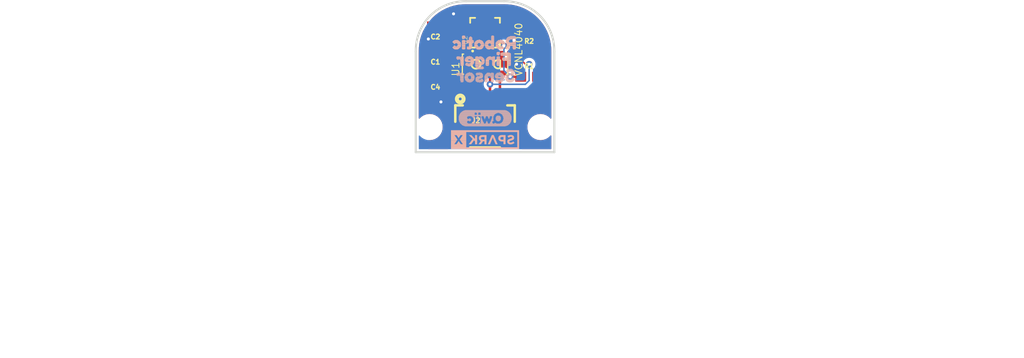
<source format=kicad_pcb>
(kicad_pcb (version 20211014) (generator pcbnew)
  (layers (0 "F.Cu" signal) (31 "B.Cu" signal) (34 "B.Paste" user) (35 "F.Paste" user) (36 "B.SilkS" user "B.Silkscreen") (37 "F.SilkS" user "F.Silkscreen") (38 "B.Mask" user) (39 "F.Mask" user) (44 "Edge.Cuts" user))
  (net 0 "")
  (net 1 "GND")
  (net 2 "SCL/SCK")
  (net 3 "SDA/MOSI")
  (net 4 "3.3V")
  (net 5 "N$1")
  (footprint "eagleBoard:CREATIVE_COMMONS" (layer "F.Cu") (at 119.9261 132.944037)
    (fp_text reference "FRAME2" hide)
    (fp_text value "FRAME-LETTER" hide)
  )
  (footprint "eagleBoard:LPS25HB" (layer "F.Cu") (at 148.5011 100.559037 90)
    (fp_text reference "U2" (at -1.25 -1.75 90) (layer "F.SilkS") (effects (font (size 0.46736 0.46736) (thickness 0.04064)) (justify left bottom)))
    (fp_text value "LPS25HB")
    (pad "1" smd rect (at -1.05 -0.3 270) (size 0.8 0.35) (layers "F.Cu" "F.Paste" "F.Mask") (net 4 "3.3V"))
    (pad "2" smd rect (at -1.05 0.3 270) (size 0.8 0.35) (layers "F.Cu" "F.Paste" "F.Mask") (net 2 "SCL/SCK"))
    (pad "3" smd rect (at -0.6 1.05 180) (size 0.8 0.35) (layers "F.Cu" "F.Paste" "F.Mask") (net 1 "GND"))
    (pad "4" smd rect (at 0 1.05 180) (size 0.8 0.35) (layers "F.Cu" "F.Paste" "F.Mask") (net 3 "SDA/MOSI"))
    (pad "5" smd rect (at 0.6 1.05 180) (size 0.8 0.35) (layers "F.Cu" "F.Paste" "F.Mask") (net 4 "3.3V"))
    (pad "6" smd rect (at 1.05 0.3 90) (size 0.8 0.35) (layers "F.Cu" "F.Paste" "F.Mask") (net 4 "3.3V"))
    (pad "7" smd rect (at 1.05 -0.3 90) (size 0.8 0.35) (layers "F.Cu" "F.Paste" "F.Mask"))
    (pad "8" smd rect (at 0.6 -1.05) (size 0.8 0.35) (layers "F.Cu" "F.Paste" "F.Mask") (net 1 "GND"))
    (pad "9" smd rect (at 0 -1.05) (size 0.8 0.35) (layers "F.Cu" "F.Paste" "F.Mask") (net 1 "GND"))
    (pad "10" smd rect (at -0.6 -1.05) (size 0.8 0.35) (layers "F.Cu" "F.Paste" "F.Mask") (net 4 "3.3V"))
  )
  (footprint "eagleBoard:0603" (layer "F.Cu") (at 144.0561 99.924037 180)
    (fp_text reference "C2" (at 0 -0.762 180) (layer "F.SilkS") (effects (font (size 0.48768 0.48768) (thickness 0.12192)) (justify right top)))
    (fp_text value "0.1uF")
    (pad "1" smd rect (at -0.85 0 180) (size 1.1 1) (layers "F.Cu" "F.Paste" "F.Mask") (net 4 "3.3V"))
    (pad "2" smd rect (at 0.85 0 180) (size 1.1 1) (layers "F.Cu" "F.Paste" "F.Mask") (net 1 "GND"))
  )
  (footprint "eagleBoard:0603" (layer "F.Cu") (at 144.0561 102.464037 180)
    (fp_text reference "C1" (at 0 -0.762 180) (layer "F.SilkS") (effects (font (size 0.48768 0.48768) (thickness 0.12192)) (justify right top)))
    (fp_text value "4.7uF")
    (pad "1" smd rect (at -0.85 0 180) (size 1.1 1) (layers "F.Cu" "F.Paste" "F.Mask") (net 4 "3.3V"))
    (pad "2" smd rect (at 0.85 0 180) (size 1.1 1) (layers "F.Cu" "F.Paste" "F.Mask") (net 1 "GND"))
  )
  (footprint "eagleBoard:0603" (layer "F.Cu") (at 152.9461 102.464037)
    (fp_text reference "R2" (at 0 -0.762) (layer "F.SilkS") (effects (font (size 0.48768 0.48768) (thickness 0.12192)) (justify bottom)))
    (fp_text value "2.2k")
    (pad "1" smd rect (at -0.85 0) (size 1.1 1) (layers "F.Cu" "F.Paste" "F.Mask") (net 3 "SDA/MOSI"))
    (pad "2" smd rect (at 0.85 0) (size 1.1 1) (layers "F.Cu" "F.Paste" "F.Mask") (net 4 "3.3V"))
  )
  (footprint "eagleBoard:FIDUCIAL-MICRO" (layer "F.Cu") (at 142.2781 111.862037)
    (fp_text reference "FD2" hide)
    (fp_text value "FIDUCIALUFIDUCIAL" hide)
    (pad "1" smd roundrect (at 0 0) (size 0.635 0.635) (layers "F.Cu" "F.Mask") (roundrect_rratio 0.5))
  )
  (footprint "eagleBoard:0603" (layer "F.Cu") (at 152.9461 105.004037)
    (fp_text reference "R1" (at 0 -0.762) (layer "F.SilkS") (effects (font (size 0.48768 0.48768) (thickness 0.12192)) (justify bottom)))
    (fp_text value "2.2k")
    (pad "1" smd rect (at -0.85 0) (size 1.1 1) (layers "F.Cu" "F.Paste" "F.Mask") (net 2 "SCL/SCK"))
    (pad "2" smd rect (at 0.85 0) (size 1.1 1) (layers "F.Cu" "F.Paste" "F.Mask") (net 4 "3.3V"))
  )
  (footprint "eagleBoard:0603" (layer "F.Cu") (at 144.0561 105.004037 180)
    (fp_text reference "C4" (at 0 -0.762 180) (layer "F.SilkS") (effects (font (size 0.48768 0.48768) (thickness 0.12192)) (justify right top)))
    (fp_text value "0.1uF")
    (pad "1" smd rect (at -0.85 0 180) (size 1.1 1) (layers "F.Cu" "F.Paste" "F.Mask") (net 4 "3.3V"))
    (pad "2" smd rect (at 0.85 0 180) (size 1.1 1) (layers "F.Cu" "F.Paste" "F.Mask") (net 1 "GND"))
  )
  (footprint "eagleBoard:FIDUCIAL-MICRO" (layer "F.Cu") (at 152.9461 99.924037)
    (fp_text reference "FD1" hide)
    (fp_text value "FIDUCIALUFIDUCIAL" hide)
    (pad "1" smd roundrect (at 0 0) (size 0.635 0.635) (layers "F.Cu" "F.Mask") (roundrect_rratio 0.5))
  )
  (footprint "eagleBoard:1X04_1MM_RA" (layer "F.Cu") (at 148.5011 107.544037)
    (fp_text reference "J2" (at -1.397 2.159) (layer "F.SilkS") (effects (font (size 0.48768 0.48768) (thickness 0.12192)) (justify left bottom)))
    (fp_text value "")
    (pad "1" smd rect (at -1.5 0) (size 0.6 1.35) (layers "F.Cu" "F.Paste" "F.Mask") (net 1 "GND"))
    (pad "2" smd rect (at -0.5 0) (size 0.6 1.35) (layers "F.Cu" "F.Paste" "F.Mask") (net 4 "3.3V"))
    (pad "3" smd rect (at 0.5 0) (size 0.6 1.35) (layers "F.Cu" "F.Paste" "F.Mask") (net 3 "SDA/MOSI"))
    (pad "4" smd rect (at 1.5 0) (size 0.6 1.35) (layers "F.Cu" "F.Paste" "F.Mask") (net 2 "SCL/SCK"))
    (pad "NC1" smd rect (at 2.8 3.675) (size 1.2 2) (layers "F.Cu" "F.Paste" "F.Mask"))
    (pad "NC2" smd rect (at -2.8 3.675) (size 1.2 2) (layers "F.Cu" "F.Paste" "F.Mask"))
  )
  (footprint "eagleBoard:VCNL4040" (layer "F.Cu") (at 148.5011 103.734037 90)
    (fp_text reference "U1" (at -1.27 -2.54 90) (layer "F.SilkS") (effects (font (size 0.715264 0.715264) (thickness 0.097536)) (justify left bottom)))
    (fp_text value "VCNL4040" (at -1.27 3.81 90) (layer "F.SilkS") (effects (font (size 0.715264 0.715264) (thickness 0.097536)) (justify left bottom)))
    (pad "1" smd rect (at 1 1.6125 90) (size 0.7 0.725) (layers "F.Cu" "F.Paste" "F.Mask") (net 1 "GND"))
    (pad "2" smd rect (at 1 0.5375 90) (size 0.7 0.725) (layers "F.Cu" "F.Paste" "F.Mask") (net 5 "N$1"))
    (pad "3" smd rect (at 1 -0.5375 90) (size 0.7 0.725) (layers "F.Cu" "F.Paste" "F.Mask") (net 4 "3.3V"))
    (pad "4" smd rect (at 1 -1.6125 90) (size 0.7 0.725) (layers "F.Cu" "F.Paste" "F.Mask") (net 4 "3.3V"))
    (pad "5" smd rect (at -1 -1.6125 90) (size 0.7 0.725) (layers "F.Cu" "F.Paste" "F.Mask") (net 5 "N$1"))
    (pad "6" smd rect (at -1 -0.5375 90) (size 0.7 0.725) (layers "F.Cu" "F.Paste" "F.Mask"))
    (pad "7" smd rect (at -1 0.5375 90) (size 0.7 0.725) (layers "F.Cu" "F.Paste" "F.Mask") (net 3 "SDA/MOSI"))
    (pad "8" smd rect (at -1 1.6125 90) (size 0.7 0.725) (layers "F.Cu" "F.Paste" "F.Mask") (net 2 "SCL/SCK"))
  )
  (footprint "eagleBoard:STAND-OFF-#2" (layer "F.Cu") (at 142.9131 110.084037)
    (fp_text reference "U$3" hide)
    (fp_text value "STAND-OFF" hide)
    (pad "" np_thru_hole circle (at 0 0) (size 2.032 2.032) (drill 2.032) (layers *.Cu *.Mask))
  )
  (footprint "eagleBoard:STAND-OFF-#2" (layer "F.Cu") (at 154.0891 110.084037)
    (fp_text reference "U$4" hide)
    (fp_text value "STAND-OFF" hide)
    (pad "" np_thru_hole circle (at 0 0) (size 2.032 2.032) (drill 2.032) (layers *.Cu *.Mask))
  )
  (footprint "eagleBoard:(QWIIC)" (layer "B.Cu") (at 151.2951 109.195037 180)
    (fp_text reference "U$11" hide)
    (fp_text value "" hide)
  )
  (footprint "eagleBoard:ROBOTIC0" (layer "B.Cu") (at 152.8191 101.575037 180)
    (fp_text reference "U$6" hide)
    (fp_text value "" hide)
  )
  (footprint "eagleBoard:SENSOR2" (layer "B.Cu") (at 152.6921 104.877037 180)
    (fp_text reference "U$7" hide)
    (fp_text value "" hide)
  )
  (footprint "eagleBoard:SPARKX-SMALL" (layer "B.Cu") (at 148.5011 111.354037 180)
    (fp_text reference "U$2" hide)
    (fp_text value "SPARKX-LOGO3" hide)
  )
  (footprint "eagleBoard:FINGER0" (layer "B.Cu") (at 152.3111 103.226037 180)
    (fp_text reference "U$9" hide)
    (fp_text value "" hide)
  )
  (gr_line (start 155.4861 102.464037) (end 155.4861 112.624037) (layer "Edge.Cuts") (width 0.2032))
  (gr_line (start 141.5161 112.624037) (end 155.4861 112.624037) (layer "Edge.Cuts") (width 0.2032))
  (gr_line (start 141.5161 112.624037) (end 141.5161 102.464037) (layer "Edge.Cuts") (width 0.2032))
  (gr_arc (start 141.5161 102.464037) (mid 142.976028 98.843966) (end 146.596099 97.384038) (layer "Edge.Cuts") (width 0.2032))
  (gr_arc (start 150.4061 97.384037) (mid 154.026172 98.843966) (end 155.4861 102.464038) (layer "Edge.Cuts") (width 0.2032))
  (gr_line (start 150.4061 97.384037) (end 146.5961 97.384037) (layer "Edge.Cuts") (width 0.2032))
  (segment (start 149.5511 101.159037) (end 149.2301 101.159037) (width 0.1524) (layer "F.Cu") (net 1))
  (segment (start 151.2601 101.159037) (end 151.4221 101.321037) (width 0.1524) (layer "F.Cu") (net 1))
  (segment (start 149.5511 101.159037) (end 151.2601 101.159037) (width 0.1524) (layer "F.Cu") (net 1))
  (via (at 145.3261 98.654037) (size 0.6604) (drill 0.3048) (layers "F.Cu" "B.Cu") (net 1))
  (via (at 151.4221 101.321037) (size 0.6604) (drill 0.3048) (layers "F.Cu" "B.Cu") (net 1))
  (via (at 142.7861 101.194037) (size 0.6604) (drill 0.3048) (layers "F.Cu" "B.Cu") (net 1))
  (via (at 144.0561 107.544037) (size 0.6604) (drill 0.3048) (layers "F.Cu" "B.Cu") (net 1))
  (via (at 151.6761 103.734037) (size 0.6604) (drill 0.3048) (layers "F.Cu" "B.Cu") (net 1))
  (segment (start 150.7711 104.734037) (end 151.0411 105.004037) (width 0.254) (layer "F.Cu") (net 2))
  (segment (start 150.1861 101.609037) (end 150.4061 101.829037) (width 0.1524) (layer "F.Cu") (net 2))
  (segment (start 150.4061 101.829037) (end 150.4061 101.876037) (width 0.1524) (layer "F.Cu") (net 2))
  (segment (start 148.8011 101.609037) (end 150.1861 101.609037) (width 0.1524) (layer "F.Cu") (net 2))
  (segment (start 150.1136 104.734037) (end 150.7711 104.734037) (width 0.254) (layer "F.Cu") (net 2))
  (segment (start 151.0411 105.004037) (end 152.0961 105.004037) (width 0.254) (layer "F.Cu") (net 2))
  (segment (start 150.0011 104.846537) (end 150.1136 104.734037) (width 0.254) (layer "F.Cu") (net 2))
  (segment (start 150.0011 107.544037) (end 150.0011 104.846537) (width 0.254) (layer "F.Cu") (net 2))
  (via (at 151.0411 105.004037) (size 0.6604) (drill 0.3048) (layers "F.Cu" "B.Cu") (net 2))
  (via (at 150.4061 101.876037) (size 0.6604) (drill 0.3048) (layers "F.Cu" "B.Cu") (net 2))
  (segment (start 150.4061 104.369037) (end 151.0411 105.004037) (width 0.1524) (layer "B.Cu") (net 2))
  (segment (start 150.4061 101.876037) (end 150.4061 104.369037) (width 0.1524) (layer "B.Cu") (net 2))
  (segment (start 152.5651 103.734037) (end 152.9461 103.734037) (width 0.1524) (layer "F.Cu") (net 3))
  (segment (start 149.0011 105.766037) (end 149.0011 104.771537) (width 0.254) (layer "F.Cu") (net 3))
  (segment (start 149.0011 104.771537) (end 149.0386 104.734037) (width 0.254) (layer "F.Cu") (net 3))
  (segment (start 152.0961 102.464037) (end 152.0961 103.265037) (width 0.1524) (layer "F.Cu") (net 3))
  (segment (start 152.0961 100.979037) (end 151.6761 100.559037) (width 0.1524) (layer "F.Cu") (net 3))
  (segment (start 152.0961 103.265037) (end 152.5651 103.734037) (width 0.1524) (layer "F.Cu") (net 3))
  (segment (start 152.0961 102.464037) (end 152.0961 100.979037) (width 0.1524) (layer "F.Cu") (net 3))
  (segment (start 149.0011 107.544037) (end 149.0011 105.766037) (width 0.254) (layer "F.Cu") (net 3))
  (segment (start 151.6761 100.559037) (end 149.5511 100.559037) (width 0.1524) (layer "F.Cu") (net 3))
  (via (at 149.0011 105.766037) (size 0.6604) (drill 0.3048) (layers "F.Cu" "B.Cu") (net 3))
  (via (at 152.9461 103.734037) (size 0.6604) (drill 0.3048) (layers "F.Cu" "B.Cu") (net 3))
  (segment (start 152.9461 105.385037) (end 152.5651 105.766037) (width 0.1524) (layer "B.Cu") (net 3))
  (segment (start 152.9461 103.734037) (end 152.9461 105.385037) (width 0.1524) (layer "B.Cu") (net 3))
  (segment (start 152.5651 105.766037) (end 149.0011 105.766037) (width 0.1524) (layer "B.Cu") (net 3))
  (segment (start 144.9061 105.004037) (end 144.9061 104.584037) (width 0.254) (layer "F.Cu") (net 4))
  (segment (start 144.9061 104.584037) (end 145.3261 105.004037) (width 0.254) (layer "F.Cu") (net 4))
  (segment (start 148.8011 99.509037) (end 148.8011 99.924037) (width 0.1524) (layer "F.Cu") (net 4))
  (segment (start 145.8341 102.464037) (end 146.0881 102.718037) (width 0.254) (layer "F.Cu") (net 4))
  (segment (start 144.9061 101.194037) (end 144.9061 99.924037) (width 0.254) (layer "F.Cu") (net 4))
  (segment (start 153.7961 105.004037) (end 153.7961 106.694037) (width 0.254) (layer "F.Cu") (net 4))
  (segment (start 146.0881 102.718037) (end 146.8726 102.718037) (width 0.254) (layer "F.Cu") (net 4))
  (segment (start 145.8341 105.004037) (end 144.9061 105.004037) (width 0.254) (layer "F.Cu") (net 4))
  (segment (start 144.9061 102.464037) (end 144.9061 101.194037) (width 0.254) (layer "F.Cu") (net 4))
  (segment (start 148.0011 107.544037) (end 148.0011 108.949037) (width 0.254) (layer "F.Cu") (net 4))
  (segment (start 148.2011 101.609037) (end 148.2011 102.496537) (width 0.2032) (layer "F.Cu") (net 4))
  (segment (start 147.9636 102.734037) (end 146.8886 102.734037) (width 0.254) (layer "F.Cu") (net 4))
  (segment (start 148.0011 106.282037) (end 147.4851 105.766037) (width 0.254) (layer "F.Cu") (net 4))
  (segment (start 148.3741 109.322037) (end 151.1681 109.322037) (width 0.254) (layer "F.Cu") (net 4))
  (segment (start 148.8361 99.959037) (end 148.8011 99.924037) (width 0.1524) (layer "F.Cu") (net 4))
  (segment (start 147.4851 105.766037) (end 146.5961 105.766037) (width 0.254) (layer "F.Cu") (net 4))
  (segment (start 144.9061 105.004037) (end 144.9061 102.464037) (width 0.254) (layer "F.Cu") (net 4))
  (segment (start 146.8726 102.718037) (end 146.8886 102.734037) (width 0.254) (layer "F.Cu") (net 4))
  (segment (start 148.0011 108.949037) (end 148.3741 109.322037) (width 0.254) (layer "F.Cu") (net 4))
  (segment (start 147.4511 101.159037) (end 144.9411 101.159037) (width 0.2032) (layer "F.Cu") (net 4))
  (segment (start 153.7961 102.464037) (end 153.7961 105.004037) (width 0.254) (layer "F.Cu") (net 4))
  (segment (start 146.5961 105.766037) (end 145.8341 105.004037) (width 0.254) (layer "F.Cu") (net 4))
  (segment (start 151.1681 109.322037) (end 153.7961 106.694037) (width 0.254) (layer "F.Cu") (net 4))
  (segment (start 144.9411 101.159037) (end 144.9061 101.194037) (width 0.2032) (layer "F.Cu") (net 4))
  (segment (start 148.2011 102.496537) (end 147.9636 102.734037) (width 0.2032) (layer "F.Cu") (net 4))
  (segment (start 149.5511 99.959037) (end 148.8361 99.959037) (width 0.1524) (layer "F.Cu") (net 4))
  (segment (start 148.0011 107.544037) (end 148.0011 106.282037) (width 0.254) (layer "F.Cu") (net 4))
  (segment (start 148.2011 100.859037) (end 148.8011 100.259037) (width 0.1524) (layer "F.Cu") (net 4))
  (segment (start 148.8011 99.924037) (end 148.8011 100.259037) (width 0.1524) (layer "F.Cu") (net 4))
  (segment (start 144.9061 102.464037) (end 145.8341 102.464037) (width 0.254) (layer "F.Cu") (net 4))
  (segment (start 148.2011 101.609037) (end 148.2011 100.859037) (width 0.1524) (layer "F.Cu") (net 4))
  (segment (start 148.6281 103.734037) (end 149.0386 103.323537) (width 0.254) (layer "F.Cu") (net 5))
  (segment (start 147.2311 103.734037) (end 148.6281 103.734037) (width 0.254) (layer "F.Cu") (net 5))
  (segment (start 146.8886 104.734037) (end 146.8886 104.076537) (width 0.254) (layer "F.Cu") (net 5))
  (segment (start 149.0386 102.734037) (end 149.0386 103.323537) (width 0.254) (layer "F.Cu") (net 5))
  (segment (start 146.8886 104.076537) (end 147.2311 103.734037) (width 0.254) (layer "F.Cu") (net 5))
  (zone (net 1) (net_name "GND") (layer "F.Cu") (priority 6) (connect_pads (clearance 0.3048)) (min_thickness 0.1016) (fill yes (thermal_gap 0.2532) (thermal_bridge_width 0.2532))
    (polygon (pts (xy 155.5877 112.725637) (xy 141.4145 112.725637) (xy 141.4145 97.282437) (xy 155.5877 97.282437)))
  )
  (zone (net 1) (net_name "GND") (layer "B.Cu") (priority 6) (connect_pads (clearance 0.3048)) (min_thickness 0.1016) (fill yes (thermal_gap 0.2532) (thermal_bridge_width 0.2532))
    (polygon (pts (xy 155.5877 112.725637) (xy 141.4145 112.725637) (xy 141.4145 97.282437) (xy 155.5877 97.282437)))
  )
)
</source>
